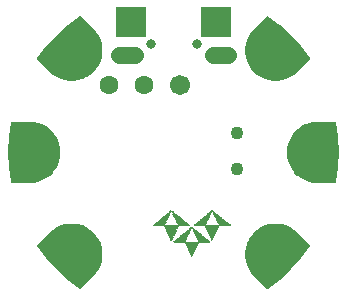
<source format=gbr>
G04 EAGLE Gerber RS-274X export*
G75*
%MOMM*%
%FSLAX34Y34*%
%LPD*%
%INSoldermask Bottom*%
%IPPOS*%
%AMOC8*
5,1,8,0,0,1.08239X$1,22.5*%
G01*
%ADD10C,4.317600*%
%ADD11C,1.701600*%
%ADD12C,0.801600*%
%ADD13R,2.514600X2.514600*%
%ADD14C,1.409600*%
%ADD15C,1.101600*%
%ADD16C,1.601600*%
%ADD17R,0.042316X0.021159*%
%ADD18R,0.063472X0.021159*%
%ADD19R,0.084634X0.021156*%
%ADD20R,0.105791X0.021156*%
%ADD21R,0.148106X0.021159*%
%ADD22R,0.063475X0.021159*%
%ADD23R,0.084634X0.021159*%
%ADD24R,0.084631X0.021159*%
%ADD25R,0.126950X0.021159*%
%ADD26R,0.105791X0.021159*%
%ADD27R,0.126947X0.021156*%
%ADD28R,0.148106X0.021156*%
%ADD29R,0.126950X0.021156*%
%ADD30R,0.148109X0.021159*%
%ADD31R,0.169266X0.021159*%
%ADD32R,0.190425X0.021156*%
%ADD33R,0.169266X0.021156*%
%ADD34R,0.190422X0.021156*%
%ADD35R,0.190425X0.021159*%
%ADD36R,0.211581X0.021159*%
%ADD37R,0.211584X0.021159*%
%ADD38R,0.232738X0.021156*%
%ADD39R,0.232741X0.021156*%
%ADD40R,0.211581X0.021156*%
%ADD41R,0.253897X0.021159*%
%ADD42R,0.232741X0.021159*%
%ADD43R,0.253900X0.021156*%
%ADD44R,0.275056X0.021156*%
%ADD45R,0.275056X0.021159*%
%ADD46R,0.275059X0.021159*%
%ADD47R,0.296216X0.021159*%
%ADD48R,0.296212X0.021159*%
%ADD49R,0.317372X0.021156*%
%ADD50R,0.296212X0.021156*%
%ADD51R,0.296216X0.021156*%
%ADD52R,0.317375X0.021159*%
%ADD53R,0.317372X0.021159*%
%ADD54R,0.338531X0.021159*%
%ADD55R,0.359691X0.021156*%
%ADD56R,0.359687X0.021156*%
%ADD57R,0.380847X0.021159*%
%ADD58R,0.359687X0.021159*%
%ADD59R,0.359691X0.021159*%
%ADD60R,0.380847X0.021156*%
%ADD61R,0.402006X0.021156*%
%ADD62R,0.402006X0.021159*%
%ADD63R,0.423162X0.021159*%
%ADD64R,0.423166X0.021159*%
%ADD65R,0.444322X0.021156*%
%ADD66R,0.444325X0.021156*%
%ADD67R,0.423162X0.021156*%
%ADD68R,0.444322X0.021159*%
%ADD69R,0.465478X0.021159*%
%ADD70R,0.465481X0.021159*%
%ADD71R,0.465478X0.021156*%
%ADD72R,0.486638X0.021156*%
%ADD73R,0.486641X0.021156*%
%ADD74R,0.507797X0.021159*%
%ADD75R,0.486638X0.021159*%
%ADD76R,0.507797X0.021156*%
%ADD77R,0.528956X0.021156*%
%ADD78R,0.528956X0.021159*%
%ADD79R,0.528953X0.021159*%
%ADD80R,0.550113X0.021159*%
%ADD81R,0.550116X0.021159*%
%ADD82R,0.571272X0.021156*%
%ADD83R,0.550113X0.021156*%
%ADD84R,0.592428X0.021159*%
%ADD85R,0.571269X0.021159*%
%ADD86R,0.571272X0.021159*%
%ADD87R,0.592431X0.021159*%
%ADD88R,0.613591X0.021156*%
%ADD89R,0.613588X0.021156*%
%ADD90R,0.613588X0.021159*%
%ADD91R,0.634747X0.021159*%
%ADD92R,0.613591X0.021159*%
%ADD93R,0.655903X0.021156*%
%ADD94R,0.634744X0.021156*%
%ADD95R,0.634747X0.021156*%
%ADD96R,0.655903X0.021159*%
%ADD97R,0.677063X0.021159*%
%ADD98R,0.655906X0.021159*%
%ADD99R,0.677063X0.021156*%
%ADD100R,0.698222X0.021156*%
%ADD101R,0.719381X0.021159*%
%ADD102R,0.698222X0.021159*%
%ADD103R,0.698219X0.021159*%
%ADD104R,0.719378X0.021159*%
%ADD105R,0.740534X0.021159*%
%ADD106R,0.740538X0.021159*%
%ADD107R,0.740538X0.021156*%
%ADD108R,0.719378X0.021156*%
%ADD109R,0.761694X0.021159*%
%ADD110R,0.761697X0.021159*%
%ADD111R,0.782853X0.021156*%
%ADD112R,0.761697X0.021156*%
%ADD113R,0.761694X0.021156*%
%ADD114R,0.782853X0.021159*%
%ADD115R,0.804013X0.021159*%
%ADD116R,0.804009X0.021159*%
%ADD117R,0.804013X0.021156*%
%ADD118R,0.825169X0.021156*%
%ADD119R,0.825172X0.021156*%
%ADD120R,0.825169X0.021159*%
%ADD121R,0.825172X0.021159*%
%ADD122R,0.846328X0.021159*%
%ADD123R,0.846325X0.021159*%
%ADD124R,0.867488X0.021156*%
%ADD125R,0.867484X0.021156*%
%ADD126R,0.867488X0.021159*%
%ADD127R,0.888644X0.021159*%
%ADD128R,0.888644X0.021156*%
%ADD129R,0.909803X0.021156*%
%ADD130R,0.888647X0.021156*%
%ADD131R,0.909803X0.021159*%
%ADD132R,0.930959X0.021159*%
%ADD133R,0.930963X0.021159*%
%ADD134R,0.930963X0.021156*%
%ADD135R,0.952119X0.021156*%
%ADD136R,0.952119X0.021159*%
%ADD137R,0.973278X0.021159*%
%ADD138R,3.110256X0.021159*%
%ADD139R,3.110253X0.021159*%
%ADD140R,1.227178X0.021156*%
%ADD141R,1.227175X0.021156*%
%ADD142R,1.206019X0.021159*%
%ADD143R,1.206016X0.021159*%
%ADD144R,1.184859X0.021156*%
%ADD145R,1.163700X0.021159*%
%ADD146R,1.163703X0.021159*%
%ADD147R,1.142541X0.021159*%
%ADD148R,1.121384X0.021156*%
%ADD149R,1.100228X0.021159*%
%ADD150R,0.021159X0.021159*%
%ADD151R,1.121384X0.021159*%
%ADD152R,1.079069X0.021159*%
%ADD153R,1.079066X0.021159*%
%ADD154R,1.057909X0.021156*%
%ADD155R,1.079066X0.021156*%
%ADD156R,1.036750X0.021159*%
%ADD157R,1.036753X0.021159*%
%ADD158R,1.015594X0.021156*%
%ADD159R,1.036753X0.021156*%
%ADD160R,0.994438X0.021159*%
%ADD161R,0.994434X0.021159*%
%ADD162R,0.126947X0.021159*%
%ADD163R,0.973278X0.021156*%
%ADD164R,0.930959X0.021156*%
%ADD165R,0.888647X0.021159*%
%ADD166R,0.190422X0.021159*%
%ADD167R,0.867484X0.021159*%
%ADD168R,0.253900X0.021159*%
%ADD169R,0.804009X0.021156*%
%ADD170R,0.275059X0.021156*%
%ADD171R,0.740534X0.021156*%
%ADD172R,0.698219X0.021156*%
%ADD173R,0.338531X0.021156*%
%ADD174R,0.402003X0.021156*%
%ADD175R,0.592428X0.021156*%
%ADD176R,0.465481X0.021156*%
%ADD177R,0.528953X0.021156*%
%ADD178R,0.486641X0.021159*%
%ADD179R,0.423166X0.021156*%
%ADD180R,0.402003X0.021159*%
%ADD181R,0.634744X0.021159*%
%ADD182R,0.677059X0.021159*%
%ADD183R,0.211584X0.021156*%
%ADD184R,0.148109X0.021156*%
%ADD185R,0.042316X0.021156*%
%ADD186R,0.063472X0.021156*%
%ADD187R,0.021156X0.021159*%
%ADD188R,0.909800X0.021156*%
%ADD189R,0.973275X0.021159*%
%ADD190R,3.110253X0.021156*%
%ADD191R,1.227175X0.021159*%
%ADD192R,1.184859X0.021159*%
%ADD193R,1.142544X0.021159*%
%ADD194R,1.142544X0.021156*%
%ADD195R,1.057909X0.021159*%
%ADD196R,1.015594X0.021159*%
%ADD197R,0.846328X0.021156*%
%ADD198R,0.253897X0.021156*%

G36*
X-121900Y-26031D02*
X-121900Y-26031D01*
X-121875Y-26033D01*
X-118260Y-25774D01*
X-118223Y-25765D01*
X-118170Y-25761D01*
X-114629Y-24991D01*
X-114594Y-24976D01*
X-114542Y-24965D01*
X-111147Y-23699D01*
X-111114Y-23679D01*
X-111065Y-23661D01*
X-107884Y-21925D01*
X-107854Y-21901D01*
X-107808Y-21876D01*
X-104906Y-19704D01*
X-104880Y-19676D01*
X-104838Y-19645D01*
X-102276Y-17082D01*
X-102254Y-17051D01*
X-102216Y-17014D01*
X-100044Y-14112D01*
X-100027Y-14078D01*
X-99996Y-14036D01*
X-98259Y-10856D01*
X-98247Y-10819D01*
X-98221Y-10773D01*
X-96955Y-7378D01*
X-96948Y-7340D01*
X-96929Y-7291D01*
X-96159Y-3750D01*
X-96157Y-3712D01*
X-96146Y-3660D01*
X-95887Y-45D01*
X-95891Y-7D01*
X-95887Y45D01*
X-96146Y3660D01*
X-96155Y3697D01*
X-96159Y3750D01*
X-96929Y7291D01*
X-96944Y7326D01*
X-96955Y7378D01*
X-98221Y10773D01*
X-98241Y10806D01*
X-98259Y10856D01*
X-99996Y14036D01*
X-100019Y14066D01*
X-100044Y14112D01*
X-102216Y17014D01*
X-102244Y17040D01*
X-102276Y17082D01*
X-104838Y19645D01*
X-104869Y19666D01*
X-104906Y19704D01*
X-107808Y21876D01*
X-107842Y21893D01*
X-107884Y21925D01*
X-111065Y23661D01*
X-111101Y23673D01*
X-111147Y23699D01*
X-114542Y24965D01*
X-114580Y24972D01*
X-114629Y24991D01*
X-118170Y25761D01*
X-118208Y25763D01*
X-118260Y25774D01*
X-121875Y26033D01*
X-121895Y26031D01*
X-121920Y26034D01*
X-137160Y26034D01*
X-137184Y26030D01*
X-137208Y26032D01*
X-137294Y26010D01*
X-137381Y25995D01*
X-137402Y25982D01*
X-137426Y25976D01*
X-137498Y25925D01*
X-137574Y25880D01*
X-137589Y25862D01*
X-137610Y25847D01*
X-137660Y25775D01*
X-137715Y25706D01*
X-137723Y25683D01*
X-137737Y25663D01*
X-137777Y25525D01*
X-137787Y25494D01*
X-137787Y25489D01*
X-137789Y25483D01*
X-139454Y12831D01*
X-139453Y12807D01*
X-139459Y12776D01*
X-140016Y28D01*
X-140013Y3D01*
X-140016Y-28D01*
X-139459Y-12776D01*
X-139454Y-12800D01*
X-139454Y-12831D01*
X-137789Y-25483D01*
X-137781Y-25506D01*
X-137781Y-25531D01*
X-137748Y-25612D01*
X-137721Y-25697D01*
X-137706Y-25716D01*
X-137696Y-25738D01*
X-137637Y-25804D01*
X-137582Y-25873D01*
X-137562Y-25886D01*
X-137545Y-25904D01*
X-137466Y-25944D01*
X-137391Y-25991D01*
X-137367Y-25995D01*
X-137345Y-26007D01*
X-137203Y-26028D01*
X-137171Y-26034D01*
X-137166Y-26033D01*
X-137160Y-26034D01*
X-121920Y-26034D01*
X-121900Y-26031D01*
G37*
G36*
X137184Y-26030D02*
X137184Y-26030D01*
X137208Y-26032D01*
X137294Y-26010D01*
X137381Y-25995D01*
X137402Y-25982D01*
X137426Y-25976D01*
X137498Y-25925D01*
X137574Y-25880D01*
X137589Y-25862D01*
X137610Y-25847D01*
X137660Y-25775D01*
X137715Y-25706D01*
X137723Y-25683D01*
X137737Y-25663D01*
X137777Y-25525D01*
X137787Y-25494D01*
X137787Y-25489D01*
X137789Y-25483D01*
X139454Y-12831D01*
X139453Y-12811D01*
X139454Y-12809D01*
X139454Y-12803D01*
X139459Y-12776D01*
X140016Y-28D01*
X140013Y-3D01*
X140016Y28D01*
X139459Y12776D01*
X139454Y12800D01*
X139454Y12831D01*
X137789Y25483D01*
X137781Y25506D01*
X137781Y25531D01*
X137748Y25612D01*
X137721Y25697D01*
X137706Y25716D01*
X137696Y25738D01*
X137637Y25804D01*
X137582Y25873D01*
X137562Y25886D01*
X137545Y25904D01*
X137466Y25944D01*
X137391Y25991D01*
X137367Y25995D01*
X137345Y26007D01*
X137203Y26028D01*
X137171Y26034D01*
X137166Y26033D01*
X137160Y26034D01*
X121920Y26034D01*
X121900Y26031D01*
X121875Y26033D01*
X118260Y25774D01*
X118223Y25765D01*
X118170Y25761D01*
X114629Y24991D01*
X114594Y24976D01*
X114542Y24965D01*
X112039Y24032D01*
X111147Y23699D01*
X111114Y23679D01*
X111065Y23661D01*
X107884Y21925D01*
X107854Y21901D01*
X107808Y21876D01*
X104906Y19704D01*
X104880Y19676D01*
X104838Y19645D01*
X102276Y17082D01*
X102254Y17051D01*
X102216Y17014D01*
X100044Y14112D01*
X100027Y14078D01*
X99996Y14036D01*
X98259Y10856D01*
X98247Y10819D01*
X98221Y10773D01*
X96955Y7378D01*
X96948Y7340D01*
X96929Y7291D01*
X96159Y3750D01*
X96157Y3712D01*
X96146Y3660D01*
X95887Y45D01*
X95891Y7D01*
X95887Y-45D01*
X96146Y-3660D01*
X96155Y-3697D01*
X96159Y-3750D01*
X96929Y-7291D01*
X96944Y-7326D01*
X96955Y-7378D01*
X98221Y-10773D01*
X98241Y-10806D01*
X98259Y-10856D01*
X99996Y-14036D01*
X100019Y-14066D01*
X100044Y-14112D01*
X102216Y-17014D01*
X102244Y-17040D01*
X102276Y-17082D01*
X104838Y-19645D01*
X104869Y-19666D01*
X104906Y-19704D01*
X107808Y-21876D01*
X107842Y-21893D01*
X107884Y-21925D01*
X111065Y-23661D01*
X111101Y-23673D01*
X111147Y-23699D01*
X114542Y-24965D01*
X114580Y-24972D01*
X114629Y-24991D01*
X118170Y-25761D01*
X118208Y-25763D01*
X118260Y-25774D01*
X121875Y-26033D01*
X121895Y-26031D01*
X121920Y-26034D01*
X137160Y-26034D01*
X137184Y-26030D01*
G37*
G36*
X-84447Y60333D02*
X-84447Y60333D01*
X-84394Y60333D01*
X-80807Y60849D01*
X-80771Y60861D01*
X-80718Y60868D01*
X-77241Y61889D01*
X-77207Y61906D01*
X-77156Y61921D01*
X-73860Y63426D01*
X-73828Y63448D01*
X-73780Y63470D01*
X-70732Y65429D01*
X-70704Y65455D01*
X-70659Y65483D01*
X-67920Y67856D01*
X-67896Y67886D01*
X-67856Y67920D01*
X-65483Y70659D01*
X-65464Y70692D01*
X-65429Y70732D01*
X-63470Y73780D01*
X-63455Y73816D01*
X-63426Y73860D01*
X-61921Y77156D01*
X-61911Y77193D01*
X-61889Y77241D01*
X-60868Y80718D01*
X-60864Y80756D01*
X-60849Y80807D01*
X-60333Y84394D01*
X-60334Y84432D01*
X-60327Y84484D01*
X-60327Y88108D01*
X-60333Y88146D01*
X-60333Y88198D01*
X-60849Y91786D01*
X-60861Y91822D01*
X-60868Y91874D01*
X-61889Y95351D01*
X-61906Y95385D01*
X-61921Y95436D01*
X-63426Y98733D01*
X-63448Y98764D01*
X-63470Y98812D01*
X-65429Y101861D01*
X-65455Y101889D01*
X-65456Y101891D01*
X-65457Y101892D01*
X-65483Y101933D01*
X-67856Y104672D01*
X-67872Y104685D01*
X-67887Y104705D01*
X-78664Y115481D01*
X-78684Y115495D01*
X-78699Y115514D01*
X-78775Y115559D01*
X-78848Y115610D01*
X-78871Y115616D01*
X-78892Y115628D01*
X-78980Y115643D01*
X-79065Y115665D01*
X-79089Y115663D01*
X-79113Y115667D01*
X-79200Y115651D01*
X-79288Y115642D01*
X-79310Y115631D01*
X-79334Y115627D01*
X-79460Y115557D01*
X-79489Y115543D01*
X-79493Y115539D01*
X-79498Y115536D01*
X-89622Y107768D01*
X-89637Y107752D01*
X-89654Y107742D01*
X-89657Y107737D01*
X-89664Y107732D01*
X-99072Y99111D01*
X-99087Y99092D01*
X-99111Y99072D01*
X-107732Y89664D01*
X-107746Y89643D01*
X-107768Y89622D01*
X-115536Y79498D01*
X-115547Y79476D01*
X-115564Y79459D01*
X-115599Y79377D01*
X-115639Y79299D01*
X-115642Y79274D01*
X-115652Y79252D01*
X-115656Y79164D01*
X-115666Y79076D01*
X-115661Y79052D01*
X-115662Y79028D01*
X-115635Y78944D01*
X-115614Y78858D01*
X-115600Y78837D01*
X-115593Y78814D01*
X-115507Y78699D01*
X-115489Y78671D01*
X-115485Y78668D01*
X-115481Y78664D01*
X-104705Y67887D01*
X-104689Y67876D01*
X-104672Y67856D01*
X-101933Y65483D01*
X-101900Y65464D01*
X-101861Y65429D01*
X-98812Y63470D01*
X-98777Y63455D01*
X-98733Y63426D01*
X-95436Y61921D01*
X-95399Y61911D01*
X-95351Y61889D01*
X-91874Y60868D01*
X-91836Y60864D01*
X-91786Y60849D01*
X-88198Y60333D01*
X-88160Y60334D01*
X-88108Y60327D01*
X-84484Y60327D01*
X-84447Y60333D01*
G37*
G36*
X79200Y-115651D02*
X79200Y-115651D01*
X79288Y-115642D01*
X79310Y-115631D01*
X79334Y-115627D01*
X79460Y-115557D01*
X79489Y-115543D01*
X79493Y-115539D01*
X79498Y-115536D01*
X89622Y-107768D01*
X89638Y-107750D01*
X89664Y-107732D01*
X99072Y-99111D01*
X99087Y-99092D01*
X99111Y-99072D01*
X107732Y-89664D01*
X107746Y-89643D01*
X107768Y-89622D01*
X115536Y-79498D01*
X115547Y-79476D01*
X115564Y-79459D01*
X115599Y-79377D01*
X115639Y-79299D01*
X115642Y-79274D01*
X115652Y-79252D01*
X115656Y-79164D01*
X115666Y-79076D01*
X115661Y-79052D01*
X115662Y-79028D01*
X115635Y-78944D01*
X115614Y-78858D01*
X115600Y-78837D01*
X115593Y-78814D01*
X115507Y-78699D01*
X115489Y-78671D01*
X115485Y-78668D01*
X115481Y-78664D01*
X104705Y-67887D01*
X104689Y-67876D01*
X104672Y-67856D01*
X101933Y-65483D01*
X101900Y-65464D01*
X101861Y-65429D01*
X98812Y-63470D01*
X98777Y-63455D01*
X98733Y-63426D01*
X95436Y-61921D01*
X95399Y-61911D01*
X95351Y-61889D01*
X91874Y-60868D01*
X91836Y-60864D01*
X91786Y-60849D01*
X88198Y-60333D01*
X88160Y-60334D01*
X88108Y-60327D01*
X84484Y-60327D01*
X84447Y-60333D01*
X84394Y-60333D01*
X80807Y-60849D01*
X80771Y-60861D01*
X80718Y-60868D01*
X77241Y-61889D01*
X77207Y-61906D01*
X77156Y-61921D01*
X73860Y-63426D01*
X73828Y-63448D01*
X73780Y-63470D01*
X70732Y-65429D01*
X70704Y-65455D01*
X70659Y-65483D01*
X67920Y-67856D01*
X67896Y-67886D01*
X67856Y-67920D01*
X65483Y-70659D01*
X65464Y-70692D01*
X65429Y-70732D01*
X63470Y-73780D01*
X63455Y-73816D01*
X63426Y-73860D01*
X61921Y-77156D01*
X61911Y-77193D01*
X61889Y-77241D01*
X60868Y-80718D01*
X60864Y-80756D01*
X60849Y-80807D01*
X60333Y-84394D01*
X60334Y-84432D01*
X60327Y-84484D01*
X60327Y-88108D01*
X60333Y-88146D01*
X60333Y-88198D01*
X60849Y-91786D01*
X60861Y-91822D01*
X60868Y-91874D01*
X61889Y-95351D01*
X61906Y-95385D01*
X61921Y-95436D01*
X63426Y-98733D01*
X63448Y-98764D01*
X63470Y-98812D01*
X65429Y-101861D01*
X65455Y-101889D01*
X65483Y-101933D01*
X67856Y-104672D01*
X67872Y-104685D01*
X67887Y-104705D01*
X78664Y-115481D01*
X78684Y-115495D01*
X78699Y-115514D01*
X78775Y-115559D01*
X78848Y-115610D01*
X78871Y-115616D01*
X78892Y-115628D01*
X78980Y-115643D01*
X79065Y-115665D01*
X79089Y-115663D01*
X79113Y-115667D01*
X79200Y-115651D01*
G37*
G36*
X88146Y60333D02*
X88146Y60333D01*
X88198Y60333D01*
X91786Y60849D01*
X91822Y60861D01*
X91874Y60868D01*
X95351Y61889D01*
X95385Y61906D01*
X95436Y61921D01*
X98733Y63426D01*
X98764Y63448D01*
X98812Y63470D01*
X101861Y65429D01*
X101889Y65455D01*
X101933Y65483D01*
X104672Y67856D01*
X104685Y67872D01*
X104705Y67887D01*
X115481Y78664D01*
X115495Y78684D01*
X115514Y78699D01*
X115559Y78775D01*
X115610Y78848D01*
X115616Y78871D01*
X115628Y78892D01*
X115643Y78980D01*
X115665Y79065D01*
X115663Y79089D01*
X115667Y79113D01*
X115651Y79200D01*
X115642Y79288D01*
X115631Y79310D01*
X115627Y79334D01*
X115557Y79460D01*
X115543Y79489D01*
X115539Y79493D01*
X115536Y79498D01*
X107768Y89622D01*
X107750Y89638D01*
X107732Y89664D01*
X99111Y99072D01*
X99092Y99087D01*
X99072Y99111D01*
X89664Y107732D01*
X89643Y107746D01*
X89628Y107762D01*
X89625Y107765D01*
X89624Y107765D01*
X89622Y107768D01*
X88799Y108399D01*
X88799Y108400D01*
X87972Y109034D01*
X87146Y109668D01*
X86319Y110302D01*
X85493Y110936D01*
X84666Y111571D01*
X83840Y112205D01*
X83839Y112205D01*
X83013Y112839D01*
X82186Y113473D01*
X81360Y114108D01*
X80533Y114742D01*
X79707Y115376D01*
X79498Y115536D01*
X79476Y115547D01*
X79459Y115564D01*
X79377Y115599D01*
X79299Y115639D01*
X79274Y115642D01*
X79252Y115652D01*
X79164Y115656D01*
X79076Y115666D01*
X79052Y115661D01*
X79028Y115662D01*
X78944Y115635D01*
X78858Y115614D01*
X78837Y115600D01*
X78814Y115593D01*
X78699Y115507D01*
X78671Y115489D01*
X78668Y115485D01*
X78664Y115481D01*
X67887Y104705D01*
X67876Y104689D01*
X67856Y104672D01*
X65483Y101933D01*
X65464Y101900D01*
X65429Y101861D01*
X63470Y98812D01*
X63455Y98777D01*
X63426Y98733D01*
X61921Y95436D01*
X61911Y95399D01*
X61889Y95351D01*
X60868Y91874D01*
X60864Y91836D01*
X60849Y91786D01*
X60333Y88198D01*
X60334Y88160D01*
X60327Y88108D01*
X60327Y84484D01*
X60333Y84447D01*
X60333Y84394D01*
X60849Y80807D01*
X60861Y80771D01*
X60868Y80718D01*
X61889Y77241D01*
X61906Y77207D01*
X61921Y77156D01*
X63426Y73860D01*
X63448Y73828D01*
X63470Y73780D01*
X65429Y70732D01*
X65455Y70704D01*
X65483Y70659D01*
X67856Y67920D01*
X67886Y67896D01*
X67920Y67856D01*
X70659Y65483D01*
X70692Y65464D01*
X70732Y65429D01*
X73780Y63470D01*
X73816Y63455D01*
X73860Y63426D01*
X77156Y61921D01*
X77193Y61911D01*
X77241Y61889D01*
X80718Y60868D01*
X80756Y60864D01*
X80807Y60849D01*
X84394Y60333D01*
X84432Y60334D01*
X84484Y60327D01*
X88108Y60327D01*
X88146Y60333D01*
G37*
G36*
X-79052Y-115661D02*
X-79052Y-115661D01*
X-79028Y-115662D01*
X-78944Y-115635D01*
X-78858Y-115614D01*
X-78837Y-115600D01*
X-78814Y-115593D01*
X-78699Y-115507D01*
X-78671Y-115489D01*
X-78668Y-115485D01*
X-78664Y-115481D01*
X-67887Y-104705D01*
X-67876Y-104689D01*
X-67856Y-104672D01*
X-65483Y-101933D01*
X-65464Y-101900D01*
X-65429Y-101861D01*
X-63470Y-98812D01*
X-63455Y-98777D01*
X-63426Y-98733D01*
X-61921Y-95436D01*
X-61911Y-95399D01*
X-61889Y-95351D01*
X-60868Y-91874D01*
X-60864Y-91836D01*
X-60849Y-91786D01*
X-60333Y-88198D01*
X-60334Y-88160D01*
X-60327Y-88108D01*
X-60327Y-84484D01*
X-60333Y-84447D01*
X-60333Y-84394D01*
X-60849Y-80807D01*
X-60861Y-80771D01*
X-60868Y-80718D01*
X-61889Y-77241D01*
X-61906Y-77207D01*
X-61921Y-77156D01*
X-63426Y-73860D01*
X-63448Y-73828D01*
X-63470Y-73780D01*
X-65429Y-70732D01*
X-65455Y-70704D01*
X-65483Y-70659D01*
X-67856Y-67920D01*
X-67886Y-67896D01*
X-67920Y-67856D01*
X-70659Y-65483D01*
X-70692Y-65464D01*
X-70732Y-65429D01*
X-73780Y-63470D01*
X-73816Y-63455D01*
X-73860Y-63426D01*
X-77156Y-61921D01*
X-77193Y-61911D01*
X-77241Y-61889D01*
X-80718Y-60868D01*
X-80756Y-60864D01*
X-80807Y-60849D01*
X-84394Y-60333D01*
X-84432Y-60334D01*
X-84484Y-60327D01*
X-88108Y-60327D01*
X-88146Y-60333D01*
X-88198Y-60333D01*
X-91786Y-60849D01*
X-91822Y-60861D01*
X-91874Y-60868D01*
X-95351Y-61889D01*
X-95385Y-61906D01*
X-95436Y-61921D01*
X-98733Y-63426D01*
X-98764Y-63448D01*
X-98812Y-63470D01*
X-101861Y-65429D01*
X-101889Y-65455D01*
X-101933Y-65483D01*
X-104672Y-67856D01*
X-104685Y-67872D01*
X-104705Y-67887D01*
X-115481Y-78664D01*
X-115495Y-78684D01*
X-115514Y-78699D01*
X-115559Y-78775D01*
X-115610Y-78848D01*
X-115616Y-78871D01*
X-115628Y-78892D01*
X-115643Y-78980D01*
X-115665Y-79065D01*
X-115663Y-79089D01*
X-115667Y-79113D01*
X-115651Y-79200D01*
X-115642Y-79288D01*
X-115631Y-79310D01*
X-115627Y-79334D01*
X-115557Y-79460D01*
X-115543Y-79489D01*
X-115539Y-79493D01*
X-115536Y-79498D01*
X-107768Y-89622D01*
X-107750Y-89638D01*
X-107732Y-89664D01*
X-99111Y-99072D01*
X-99092Y-99087D01*
X-99072Y-99111D01*
X-89664Y-107732D01*
X-89643Y-107746D01*
X-89622Y-107768D01*
X-89416Y-107926D01*
X-88589Y-108560D01*
X-87763Y-109194D01*
X-87763Y-109195D01*
X-86936Y-109829D01*
X-86110Y-110463D01*
X-86109Y-110463D01*
X-85283Y-111097D01*
X-84456Y-111731D01*
X-84456Y-111732D01*
X-83630Y-112366D01*
X-82803Y-113000D01*
X-81977Y-113634D01*
X-81150Y-114268D01*
X-81150Y-114269D01*
X-80324Y-114903D01*
X-80323Y-114903D01*
X-79498Y-115536D01*
X-79476Y-115547D01*
X-79459Y-115564D01*
X-79377Y-115599D01*
X-79299Y-115639D01*
X-79274Y-115642D01*
X-79252Y-115652D01*
X-79164Y-115656D01*
X-79076Y-115666D01*
X-79052Y-115661D01*
G37*
D10*
X83602Y-83602D03*
X-118110Y0D03*
X-83602Y-83602D03*
X-83602Y83602D03*
X83602Y83602D03*
X118110Y0D03*
D11*
X5080Y57150D03*
D12*
X19500Y91440D03*
X-19500Y91440D03*
D13*
X-36000Y110440D03*
X36000Y110440D03*
D14*
X33000Y82440D02*
X46080Y82440D01*
X-33000Y82440D02*
X-46080Y82440D01*
D15*
X53340Y16270D03*
X53340Y-13730D03*
D16*
X-25400Y57150D03*
X-54610Y57150D03*
D17*
X-1854Y-49880D03*
D18*
X32739Y-49880D03*
D19*
X-1854Y-50092D03*
D20*
X32739Y-50092D03*
D21*
X-1749Y-50303D03*
D22*
X32316Y-50303D03*
X33163Y-50303D03*
D23*
X-2489Y-50515D03*
X-1220Y-50515D03*
D24*
X32210Y-50515D03*
X33268Y-50515D03*
D20*
X-2595Y-50726D03*
X-1114Y-50726D03*
D19*
X31999Y-50726D03*
X33480Y-50726D03*
D25*
X-2701Y-50938D03*
D26*
X-902Y-50938D03*
D25*
X31787Y-50938D03*
X33691Y-50938D03*
D27*
X-2912Y-51150D03*
D28*
X-691Y-51150D03*
D29*
X31576Y-51150D03*
X33903Y-51150D03*
D21*
X-3018Y-51361D03*
D30*
X-479Y-51361D03*
D21*
X31470Y-51361D03*
X34009Y-51361D03*
D31*
X-3335Y-51573D03*
X-373Y-51573D03*
D21*
X31258Y-51573D03*
X34220Y-51573D03*
D32*
X-3441Y-51784D03*
D33*
X-162Y-51784D03*
D34*
X31047Y-51784D03*
X34432Y-51784D03*
D35*
X-3653Y-51996D03*
D36*
X50Y-51996D03*
D35*
X30835Y-51996D03*
X34644Y-51996D03*
D36*
X-3759Y-52207D03*
X262Y-52207D03*
X30729Y-52207D03*
D37*
X34749Y-52207D03*
D38*
X-4076Y-52419D03*
D39*
X367Y-52419D03*
X30624Y-52419D03*
D40*
X34961Y-52419D03*
D41*
X-4182Y-52631D03*
D42*
X579Y-52631D03*
D41*
X30306Y-52631D03*
X35173Y-52631D03*
D43*
X-4393Y-52842D03*
X685Y-52842D03*
D44*
X30200Y-52842D03*
X35278Y-52842D03*
D45*
X-4499Y-53054D03*
X1002Y-53054D03*
D46*
X29989Y-53054D03*
D45*
X35490Y-53054D03*
D47*
X-4816Y-53265D03*
X1108Y-53265D03*
X29883Y-53265D03*
D48*
X35596Y-53265D03*
D49*
X-4922Y-53477D03*
D50*
X1319Y-53477D03*
D51*
X29671Y-53477D03*
X35807Y-53477D03*
D52*
X-5134Y-53688D03*
D53*
X1425Y-53688D03*
D54*
X29460Y-53688D03*
X36019Y-53688D03*
X-5240Y-53900D03*
X1743Y-53900D03*
X29248Y-53900D03*
X36230Y-53900D03*
D55*
X-5557Y-54112D03*
X1848Y-54112D03*
D56*
X29142Y-54112D03*
X36336Y-54112D03*
D57*
X-5663Y-54323D03*
D58*
X2060Y-54323D03*
D59*
X28931Y-54323D03*
X36548Y-54323D03*
D60*
X-5874Y-54535D03*
X2166Y-54535D03*
D61*
X28719Y-54535D03*
X36759Y-54535D03*
D62*
X-5980Y-54746D03*
D63*
X2377Y-54746D03*
D62*
X28508Y-54746D03*
X36971Y-54746D03*
X-6192Y-54958D03*
D64*
X2589Y-54958D03*
D63*
X28402Y-54958D03*
D64*
X37077Y-54958D03*
D65*
X-6403Y-55170D03*
D66*
X2695Y-55170D03*
D67*
X28190Y-55170D03*
X37288Y-55170D03*
D68*
X-6615Y-55381D03*
X2906Y-55381D03*
D69*
X27979Y-55381D03*
X37500Y-55381D03*
D70*
X-6721Y-55593D03*
X3012Y-55593D03*
X27767Y-55593D03*
X37712Y-55593D03*
D71*
X-6932Y-55804D03*
D72*
X3329Y-55804D03*
D73*
X27661Y-55804D03*
X37817Y-55804D03*
D74*
X-7144Y-56016D03*
X3435Y-56016D03*
D75*
X27450Y-56016D03*
X38029Y-56016D03*
D76*
X-7355Y-56227D03*
X3647Y-56227D03*
X27344Y-56227D03*
D77*
X38240Y-56227D03*
D78*
X-7461Y-56439D03*
X3753Y-56439D03*
X27027Y-56439D03*
D79*
X38452Y-56439D03*
D80*
X-7567Y-56651D03*
X4070Y-56651D03*
D81*
X26921Y-56651D03*
D80*
X38558Y-56651D03*
D82*
X-7884Y-56862D03*
X4176Y-56862D03*
D83*
X26709Y-56862D03*
X38769Y-56862D03*
D84*
X-7990Y-57074D03*
D85*
X4387Y-57074D03*
D86*
X26603Y-57074D03*
X38875Y-57074D03*
D87*
X-8202Y-57285D03*
D84*
X4493Y-57285D03*
X26286Y-57285D03*
X39193Y-57285D03*
D88*
X-8308Y-57497D03*
D89*
X4811Y-57497D03*
X26180Y-57497D03*
X39298Y-57497D03*
D90*
X-8519Y-57709D03*
D91*
X4916Y-57709D03*
D90*
X25969Y-57709D03*
D92*
X39510Y-57709D03*
D93*
X-8731Y-57920D03*
D94*
X5128Y-57920D03*
D95*
X25863Y-57920D03*
X39616Y-57920D03*
D96*
X-8942Y-58132D03*
X5234Y-58132D03*
D97*
X25651Y-58132D03*
D96*
X39933Y-58132D03*
D97*
X-9048Y-58343D03*
D98*
X5445Y-58343D03*
D97*
X25440Y-58343D03*
X40039Y-58343D03*
D99*
X-9260Y-58555D03*
D100*
X5657Y-58555D03*
X25334Y-58555D03*
D99*
X40251Y-58555D03*
D101*
X-9471Y-58766D03*
D102*
X5868Y-58766D03*
D103*
X25122Y-58766D03*
X40356Y-58766D03*
D104*
X-9683Y-58978D03*
X5974Y-58978D03*
D105*
X24911Y-58978D03*
D106*
X40568Y-58978D03*
D107*
X-9789Y-59190D03*
D108*
X6186Y-59190D03*
D107*
X24699Y-59190D03*
X40779Y-59190D03*
D105*
X-10000Y-59401D03*
D109*
X6397Y-59401D03*
D110*
X24593Y-59401D03*
X40885Y-59401D03*
D111*
X-10212Y-59613D03*
D112*
X6609Y-59613D03*
D113*
X24382Y-59613D03*
X41097Y-59613D03*
D114*
X-10423Y-59824D03*
X6715Y-59824D03*
X24276Y-59824D03*
X41203Y-59824D03*
D115*
X-10529Y-60036D03*
D114*
X6926Y-60036D03*
D115*
X23959Y-60036D03*
D116*
X41520Y-60036D03*
D117*
X-10741Y-60248D03*
D118*
X7138Y-60248D03*
D119*
X23853Y-60248D03*
D118*
X41626Y-60248D03*
D120*
X-10847Y-60459D03*
X7350Y-60459D03*
X23641Y-60459D03*
D121*
X41837Y-60459D03*
D122*
X-11164Y-60671D03*
D123*
X7455Y-60671D03*
D122*
X23536Y-60671D03*
X41943Y-60671D03*
D124*
X-11270Y-60882D03*
D125*
X7561Y-60882D03*
X23218Y-60882D03*
X42261Y-60882D03*
D126*
X-11481Y-61094D03*
D127*
X7878Y-61094D03*
X23112Y-61094D03*
X42366Y-61094D03*
D128*
X-11587Y-61305D03*
D129*
X7984Y-61305D03*
D130*
X22901Y-61305D03*
X42578Y-61305D03*
D131*
X-11904Y-61517D03*
X8196Y-61517D03*
X22795Y-61517D03*
X42684Y-61517D03*
D132*
X-12010Y-61729D03*
X8302Y-61729D03*
X22478Y-61729D03*
D133*
X43001Y-61729D03*
D134*
X-12222Y-61940D03*
X8513Y-61940D03*
D135*
X22372Y-61940D03*
X43107Y-61940D03*
D136*
X-12328Y-62152D03*
D137*
X8725Y-62152D03*
D136*
X22160Y-62152D03*
X43318Y-62152D03*
D138*
X-1749Y-62363D03*
D139*
X32739Y-62363D03*
D140*
X-1854Y-62575D03*
D141*
X32845Y-62575D03*
D142*
X-1749Y-62786D03*
D143*
X32739Y-62786D03*
D144*
X-1854Y-62998D03*
X32845Y-62998D03*
D145*
X-1749Y-63210D03*
D146*
X32739Y-63210D03*
D147*
X-1854Y-63421D03*
D146*
X32739Y-63421D03*
D148*
X-1749Y-63633D03*
X32739Y-63633D03*
D149*
X-1854Y-63844D03*
D150*
X15390Y-63844D03*
D151*
X32739Y-63844D03*
D152*
X-1749Y-64056D03*
D23*
X15495Y-64056D03*
D153*
X32739Y-64056D03*
D154*
X-1854Y-64268D03*
D29*
X15495Y-64268D03*
D155*
X32739Y-64268D03*
D156*
X-1749Y-64479D03*
D22*
X14966Y-64479D03*
D24*
X15919Y-64479D03*
D157*
X32739Y-64479D03*
D158*
X-1854Y-64691D03*
D20*
X14755Y-64691D03*
D19*
X16130Y-64691D03*
D159*
X32739Y-64691D03*
D160*
X-1749Y-64902D03*
D26*
X14543Y-64902D03*
D25*
X16342Y-64902D03*
D161*
X32739Y-64902D03*
D137*
X-1854Y-65114D03*
D162*
X14437Y-65114D03*
D25*
X16553Y-65114D03*
D161*
X32739Y-65114D03*
D163*
X-1854Y-65326D03*
D29*
X14226Y-65326D03*
D28*
X16659Y-65326D03*
D135*
X32739Y-65326D03*
D132*
X-1854Y-65537D03*
D31*
X14014Y-65537D03*
D21*
X16871Y-65537D03*
D136*
X32739Y-65537D03*
D164*
X-1854Y-65749D03*
D33*
X13803Y-65749D03*
D34*
X17082Y-65749D03*
D129*
X32739Y-65749D03*
D165*
X-1854Y-65960D03*
D166*
X13697Y-65960D03*
D35*
X17294Y-65960D03*
D131*
X32739Y-65960D03*
D165*
X-1854Y-66172D03*
D35*
X13485Y-66172D03*
D36*
X17400Y-66172D03*
D167*
X32739Y-66172D03*
D124*
X-1749Y-66383D03*
D39*
X13274Y-66383D03*
D40*
X17611Y-66383D03*
D125*
X32739Y-66383D03*
D122*
X-1854Y-66595D03*
D168*
X13168Y-66595D03*
D42*
X17717Y-66595D03*
D121*
X32739Y-66595D03*
D120*
X-1749Y-66807D03*
D168*
X12956Y-66807D03*
X18034Y-66807D03*
D121*
X32739Y-66807D03*
D169*
X-1854Y-67018D03*
D44*
X12851Y-67018D03*
D170*
X18140Y-67018D03*
D111*
X32739Y-67018D03*
D114*
X-1749Y-67230D03*
D48*
X12533Y-67230D03*
D45*
X18352Y-67230D03*
D114*
X32739Y-67230D03*
D112*
X-1854Y-67441D03*
D49*
X12427Y-67441D03*
D51*
X18458Y-67441D03*
D171*
X32739Y-67441D03*
D106*
X-1749Y-67653D03*
D52*
X12216Y-67653D03*
D53*
X18775Y-67653D03*
D105*
X32739Y-67653D03*
D104*
X-1854Y-67864D03*
D54*
X12110Y-67864D03*
X18881Y-67864D03*
D102*
X32739Y-67864D03*
D172*
X-1749Y-68076D03*
D173*
X11899Y-68076D03*
X19092Y-68076D03*
D100*
X32739Y-68076D03*
D97*
X-1854Y-68288D03*
D57*
X11687Y-68288D03*
D59*
X19198Y-68288D03*
D97*
X32845Y-68288D03*
D98*
X-1749Y-68499D03*
D57*
X11475Y-68499D03*
X19515Y-68499D03*
D96*
X32739Y-68499D03*
D95*
X-1854Y-68711D03*
D174*
X11370Y-68711D03*
D61*
X19621Y-68711D03*
D94*
X32845Y-68711D03*
D90*
X-1749Y-68922D03*
D62*
X11158Y-68922D03*
D63*
X19727Y-68922D03*
D90*
X32739Y-68922D03*
D175*
X-1854Y-69134D03*
D65*
X10946Y-69134D03*
D67*
X19939Y-69134D03*
D89*
X32739Y-69134D03*
D86*
X-1749Y-69346D03*
D68*
X10735Y-69346D03*
D69*
X20150Y-69346D03*
D86*
X32739Y-69346D03*
D81*
X-1854Y-69557D03*
D70*
X10629Y-69557D03*
X20362Y-69557D03*
D86*
X32739Y-69557D03*
D77*
X-1749Y-69769D03*
D176*
X10417Y-69769D03*
D73*
X20468Y-69769D03*
D177*
X32739Y-69769D03*
D74*
X-1854Y-69980D03*
X10206Y-69980D03*
D75*
X20679Y-69980D03*
D79*
X32739Y-69980D03*
D75*
X-1749Y-70192D03*
D74*
X9994Y-70192D03*
X20785Y-70192D03*
D178*
X32739Y-70192D03*
D71*
X-1854Y-70403D03*
D77*
X9888Y-70403D03*
X21102Y-70403D03*
D73*
X32739Y-70403D03*
D68*
X-1749Y-70615D03*
D79*
X9677Y-70615D03*
D81*
X21208Y-70615D03*
D68*
X32739Y-70615D03*
D179*
X-1854Y-70827D03*
D83*
X9571Y-70827D03*
X21420Y-70827D03*
D65*
X32739Y-70827D03*
D64*
X-1854Y-71038D03*
D86*
X9254Y-71038D03*
X21525Y-71038D03*
D180*
X32739Y-71038D03*
D57*
X-1854Y-71250D03*
D87*
X9148Y-71250D03*
D84*
X21843Y-71250D03*
D180*
X32739Y-71250D03*
D60*
X-1854Y-71461D03*
D175*
X8936Y-71461D03*
D89*
X21949Y-71461D03*
D55*
X32739Y-71461D03*
D54*
X-1854Y-71673D03*
D90*
X8831Y-71673D03*
X22160Y-71673D03*
D59*
X32739Y-71673D03*
D54*
X-1854Y-71885D03*
D181*
X8513Y-71885D03*
D91*
X22266Y-71885D03*
D53*
X32739Y-71885D03*
D51*
X-1854Y-72096D03*
D93*
X8407Y-72096D03*
X22583Y-72096D03*
D49*
X32739Y-72096D03*
D47*
X-1854Y-72308D03*
D182*
X8302Y-72308D03*
D97*
X22689Y-72308D03*
D45*
X32739Y-72308D03*
D44*
X-1749Y-72519D03*
D99*
X8090Y-72519D03*
X22901Y-72519D03*
D44*
X32739Y-72519D03*
D41*
X-1854Y-72731D03*
D104*
X7878Y-72731D03*
D103*
X23007Y-72731D03*
D42*
X32739Y-72731D03*
X-1749Y-72942D03*
D104*
X7667Y-72942D03*
D102*
X23218Y-72942D03*
D42*
X32739Y-72942D03*
D183*
X-1854Y-73154D03*
D107*
X7561Y-73154D03*
X23430Y-73154D03*
D34*
X32739Y-73154D03*
D35*
X-1749Y-73366D03*
D106*
X7350Y-73366D03*
X23641Y-73366D03*
D166*
X32739Y-73366D03*
D31*
X-1854Y-73577D03*
D114*
X7138Y-73577D03*
D109*
X23747Y-73577D03*
D30*
X32739Y-73577D03*
D28*
X-1749Y-73789D03*
D111*
X6926Y-73789D03*
D112*
X23959Y-73789D03*
D184*
X32739Y-73789D03*
D162*
X-1854Y-74000D03*
D115*
X6821Y-74000D03*
X24170Y-74000D03*
D26*
X32739Y-74000D03*
D20*
X-1749Y-74212D03*
D169*
X6609Y-74212D03*
D117*
X24382Y-74212D03*
D20*
X32739Y-74212D03*
D23*
X-1854Y-74423D03*
D120*
X6503Y-74423D03*
X24488Y-74423D03*
D24*
X32845Y-74423D03*
D22*
X-1749Y-74635D03*
D122*
X6186Y-74635D03*
D120*
X24699Y-74635D03*
D18*
X32739Y-74635D03*
D185*
X-1854Y-74847D03*
D124*
X6080Y-74847D03*
D125*
X24911Y-74847D03*
D186*
X32739Y-74847D03*
D187*
X-1749Y-75058D03*
D167*
X5868Y-75058D03*
D127*
X25017Y-75058D03*
D150*
X32739Y-75058D03*
D127*
X5763Y-75270D03*
D165*
X25228Y-75270D03*
D188*
X5445Y-75481D03*
D129*
X25334Y-75481D03*
D132*
X5339Y-75693D03*
D131*
X25546Y-75693D03*
D134*
X5128Y-75905D03*
D135*
X25757Y-75905D03*
D136*
X5022Y-76116D03*
X25969Y-76116D03*
D189*
X4705Y-76328D03*
X26075Y-76328D03*
D190*
X15390Y-76539D03*
D191*
X15495Y-76751D03*
D192*
X15495Y-76962D03*
D144*
X15495Y-77174D03*
D193*
X15495Y-77386D03*
D194*
X15495Y-77597D03*
D149*
X15495Y-77809D03*
X15495Y-78020D03*
D154*
X15495Y-78232D03*
D195*
X15495Y-78444D03*
D196*
X15495Y-78655D03*
D158*
X15495Y-78867D03*
D161*
X15390Y-79078D03*
D163*
X15495Y-79290D03*
D136*
X15390Y-79501D03*
D132*
X15495Y-79713D03*
D129*
X15390Y-79925D03*
D127*
X15495Y-80136D03*
D167*
X15390Y-80348D03*
D197*
X15495Y-80559D03*
D121*
X15390Y-80771D03*
D117*
X15495Y-80983D03*
D114*
X15390Y-81194D03*
D110*
X15495Y-81406D03*
D107*
X15390Y-81617D03*
D104*
X15495Y-81829D03*
D102*
X15390Y-82040D03*
D99*
X15495Y-82252D03*
D97*
X15495Y-82464D03*
D95*
X15495Y-82675D03*
D91*
X15495Y-82887D03*
D84*
X15495Y-83098D03*
D175*
X15495Y-83310D03*
D80*
X15495Y-83522D03*
X15495Y-83733D03*
D76*
X15495Y-83945D03*
D74*
X15495Y-84156D03*
D176*
X15495Y-84368D03*
D70*
X15495Y-84579D03*
D68*
X15390Y-84791D03*
D179*
X15495Y-85003D03*
D62*
X15390Y-85214D03*
D57*
X15495Y-85426D03*
D55*
X15390Y-85637D03*
D54*
X15495Y-85849D03*
D49*
X15390Y-86061D03*
D47*
X15495Y-86272D03*
D45*
X15390Y-86484D03*
D198*
X15495Y-86695D03*
D42*
X15390Y-86907D03*
D36*
X15495Y-87118D03*
D34*
X15390Y-87330D03*
D31*
X15495Y-87542D03*
D184*
X15390Y-87753D03*
D25*
X15495Y-87965D03*
D26*
X15390Y-88176D03*
D19*
X15495Y-88388D03*
D23*
X15495Y-88599D03*
D17*
X15495Y-88811D03*
D185*
X15495Y-89023D03*
M02*

</source>
